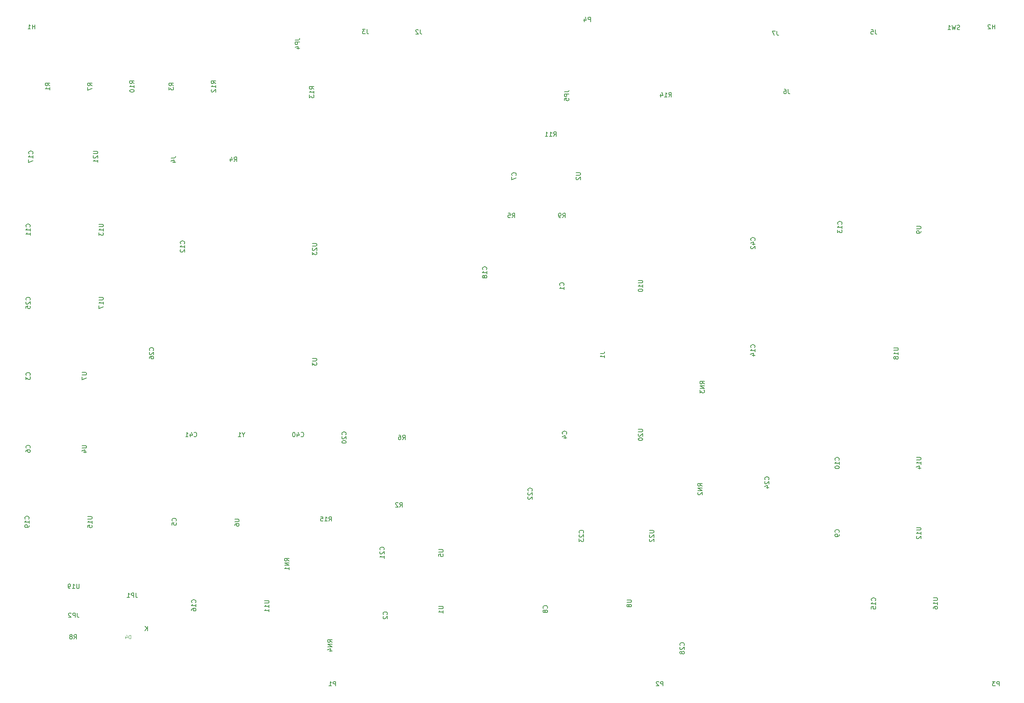
<source format=gbr>
%TF.GenerationSoftware,KiCad,Pcbnew,(6.0.11)*%
%TF.CreationDate,2023-10-31T07:13:00-05:00*%
%TF.ProjectId,processor.tms9995,70726f63-6573-4736-9f72-2e746d733939,v0.70*%
%TF.SameCoordinates,Original*%
%TF.FileFunction,Legend,Bot*%
%TF.FilePolarity,Positive*%
%FSLAX46Y46*%
G04 Gerber Fmt 4.6, Leading zero omitted, Abs format (unit mm)*
G04 Created by KiCad (PCBNEW (6.0.11)) date 2023-10-31 07:13:00*
%MOMM*%
%LPD*%
G01*
G04 APERTURE LIST*
%ADD10C,0.150000*%
%ADD11C,0.120000*%
G04 APERTURE END LIST*
D10*
%TO.C,P1*%
X112738095Y-226452380D02*
X112738095Y-225452380D01*
X112357142Y-225452380D01*
X112261904Y-225500000D01*
X112214285Y-225547619D01*
X112166666Y-225642857D01*
X112166666Y-225785714D01*
X112214285Y-225880952D01*
X112261904Y-225928571D01*
X112357142Y-225976190D01*
X112738095Y-225976190D01*
X111214285Y-226452380D02*
X111785714Y-226452380D01*
X111500000Y-226452380D02*
X111500000Y-225452380D01*
X111595238Y-225595238D01*
X111690476Y-225690476D01*
X111785714Y-225738095D01*
%TO.C,C2*%
X124357142Y-210333333D02*
X124404761Y-210285714D01*
X124452380Y-210142857D01*
X124452380Y-210047619D01*
X124404761Y-209904761D01*
X124309523Y-209809523D01*
X124214285Y-209761904D01*
X124023809Y-209714285D01*
X123880952Y-209714285D01*
X123690476Y-209761904D01*
X123595238Y-209809523D01*
X123500000Y-209904761D01*
X123452380Y-210047619D01*
X123452380Y-210142857D01*
X123500000Y-210285714D01*
X123547619Y-210333333D01*
X123547619Y-210714285D02*
X123500000Y-210761904D01*
X123452380Y-210857142D01*
X123452380Y-211095238D01*
X123500000Y-211190476D01*
X123547619Y-211238095D01*
X123642857Y-211285714D01*
X123738095Y-211285714D01*
X123880952Y-211238095D01*
X124452380Y-210666666D01*
X124452380Y-211285714D01*
%TO.C,C3*%
X43612142Y-156213333D02*
X43659761Y-156165714D01*
X43707380Y-156022857D01*
X43707380Y-155927619D01*
X43659761Y-155784761D01*
X43564523Y-155689523D01*
X43469285Y-155641904D01*
X43278809Y-155594285D01*
X43135952Y-155594285D01*
X42945476Y-155641904D01*
X42850238Y-155689523D01*
X42755000Y-155784761D01*
X42707380Y-155927619D01*
X42707380Y-156022857D01*
X42755000Y-156165714D01*
X42802619Y-156213333D01*
X42707380Y-156546666D02*
X42707380Y-157165714D01*
X43088333Y-156832380D01*
X43088333Y-156975238D01*
X43135952Y-157070476D01*
X43183571Y-157118095D01*
X43278809Y-157165714D01*
X43516904Y-157165714D01*
X43612142Y-157118095D01*
X43659761Y-157070476D01*
X43707380Y-156975238D01*
X43707380Y-156689523D01*
X43659761Y-156594285D01*
X43612142Y-156546666D01*
%TO.C,C4*%
X164897142Y-169503333D02*
X164944761Y-169455714D01*
X164992380Y-169312857D01*
X164992380Y-169217619D01*
X164944761Y-169074761D01*
X164849523Y-168979523D01*
X164754285Y-168931904D01*
X164563809Y-168884285D01*
X164420952Y-168884285D01*
X164230476Y-168931904D01*
X164135238Y-168979523D01*
X164040000Y-169074761D01*
X163992380Y-169217619D01*
X163992380Y-169312857D01*
X164040000Y-169455714D01*
X164087619Y-169503333D01*
X164325714Y-170360476D02*
X164992380Y-170360476D01*
X163944761Y-170122380D02*
X164659047Y-169884285D01*
X164659047Y-170503333D01*
%TO.C,C5*%
X76632142Y-189173333D02*
X76679761Y-189125714D01*
X76727380Y-188982857D01*
X76727380Y-188887619D01*
X76679761Y-188744761D01*
X76584523Y-188649523D01*
X76489285Y-188601904D01*
X76298809Y-188554285D01*
X76155952Y-188554285D01*
X75965476Y-188601904D01*
X75870238Y-188649523D01*
X75775000Y-188744761D01*
X75727380Y-188887619D01*
X75727380Y-188982857D01*
X75775000Y-189125714D01*
X75822619Y-189173333D01*
X75727380Y-190078095D02*
X75727380Y-189601904D01*
X76203571Y-189554285D01*
X76155952Y-189601904D01*
X76108333Y-189697142D01*
X76108333Y-189935238D01*
X76155952Y-190030476D01*
X76203571Y-190078095D01*
X76298809Y-190125714D01*
X76536904Y-190125714D01*
X76632142Y-190078095D01*
X76679761Y-190030476D01*
X76727380Y-189935238D01*
X76727380Y-189697142D01*
X76679761Y-189601904D01*
X76632142Y-189554285D01*
%TO.C,C6*%
X43612142Y-172683333D02*
X43659761Y-172635714D01*
X43707380Y-172492857D01*
X43707380Y-172397619D01*
X43659761Y-172254761D01*
X43564523Y-172159523D01*
X43469285Y-172111904D01*
X43278809Y-172064285D01*
X43135952Y-172064285D01*
X42945476Y-172111904D01*
X42850238Y-172159523D01*
X42755000Y-172254761D01*
X42707380Y-172397619D01*
X42707380Y-172492857D01*
X42755000Y-172635714D01*
X42802619Y-172683333D01*
X42707380Y-173540476D02*
X42707380Y-173350000D01*
X42755000Y-173254761D01*
X42802619Y-173207142D01*
X42945476Y-173111904D01*
X43135952Y-173064285D01*
X43516904Y-173064285D01*
X43612142Y-173111904D01*
X43659761Y-173159523D01*
X43707380Y-173254761D01*
X43707380Y-173445238D01*
X43659761Y-173540476D01*
X43612142Y-173588095D01*
X43516904Y-173635714D01*
X43278809Y-173635714D01*
X43183571Y-173588095D01*
X43135952Y-173540476D01*
X43088333Y-173445238D01*
X43088333Y-173254761D01*
X43135952Y-173159523D01*
X43183571Y-173111904D01*
X43278809Y-173064285D01*
%TO.C,C8*%
X160527142Y-208908333D02*
X160574761Y-208860714D01*
X160622380Y-208717857D01*
X160622380Y-208622619D01*
X160574761Y-208479761D01*
X160479523Y-208384523D01*
X160384285Y-208336904D01*
X160193809Y-208289285D01*
X160050952Y-208289285D01*
X159860476Y-208336904D01*
X159765238Y-208384523D01*
X159670000Y-208479761D01*
X159622380Y-208622619D01*
X159622380Y-208717857D01*
X159670000Y-208860714D01*
X159717619Y-208908333D01*
X160050952Y-209479761D02*
X160003333Y-209384523D01*
X159955714Y-209336904D01*
X159860476Y-209289285D01*
X159812857Y-209289285D01*
X159717619Y-209336904D01*
X159670000Y-209384523D01*
X159622380Y-209479761D01*
X159622380Y-209670238D01*
X159670000Y-209765476D01*
X159717619Y-209813095D01*
X159812857Y-209860714D01*
X159860476Y-209860714D01*
X159955714Y-209813095D01*
X160003333Y-209765476D01*
X160050952Y-209670238D01*
X160050952Y-209479761D01*
X160098571Y-209384523D01*
X160146190Y-209336904D01*
X160241428Y-209289285D01*
X160431904Y-209289285D01*
X160527142Y-209336904D01*
X160574761Y-209384523D01*
X160622380Y-209479761D01*
X160622380Y-209670238D01*
X160574761Y-209765476D01*
X160527142Y-209813095D01*
X160431904Y-209860714D01*
X160241428Y-209860714D01*
X160146190Y-209813095D01*
X160098571Y-209765476D01*
X160050952Y-209670238D01*
%TO.C,C9*%
X226492142Y-191733333D02*
X226539761Y-191685714D01*
X226587380Y-191542857D01*
X226587380Y-191447619D01*
X226539761Y-191304761D01*
X226444523Y-191209523D01*
X226349285Y-191161904D01*
X226158809Y-191114285D01*
X226015952Y-191114285D01*
X225825476Y-191161904D01*
X225730238Y-191209523D01*
X225635000Y-191304761D01*
X225587380Y-191447619D01*
X225587380Y-191542857D01*
X225635000Y-191685714D01*
X225682619Y-191733333D01*
X226587380Y-192209523D02*
X226587380Y-192400000D01*
X226539761Y-192495238D01*
X226492142Y-192542857D01*
X226349285Y-192638095D01*
X226158809Y-192685714D01*
X225777857Y-192685714D01*
X225682619Y-192638095D01*
X225635000Y-192590476D01*
X225587380Y-192495238D01*
X225587380Y-192304761D01*
X225635000Y-192209523D01*
X225682619Y-192161904D01*
X225777857Y-192114285D01*
X226015952Y-192114285D01*
X226111190Y-192161904D01*
X226158809Y-192209523D01*
X226206428Y-192304761D01*
X226206428Y-192495238D01*
X226158809Y-192590476D01*
X226111190Y-192638095D01*
X226015952Y-192685714D01*
%TO.C,C11*%
X43612142Y-122677142D02*
X43659761Y-122629523D01*
X43707380Y-122486666D01*
X43707380Y-122391428D01*
X43659761Y-122248571D01*
X43564523Y-122153333D01*
X43469285Y-122105714D01*
X43278809Y-122058095D01*
X43135952Y-122058095D01*
X42945476Y-122105714D01*
X42850238Y-122153333D01*
X42755000Y-122248571D01*
X42707380Y-122391428D01*
X42707380Y-122486666D01*
X42755000Y-122629523D01*
X42802619Y-122677142D01*
X43707380Y-123629523D02*
X43707380Y-123058095D01*
X43707380Y-123343809D02*
X42707380Y-123343809D01*
X42850238Y-123248571D01*
X42945476Y-123153333D01*
X42993095Y-123058095D01*
X43707380Y-124581904D02*
X43707380Y-124010476D01*
X43707380Y-124296190D02*
X42707380Y-124296190D01*
X42850238Y-124200952D01*
X42945476Y-124105714D01*
X42993095Y-124010476D01*
%TO.C,C14*%
X207442142Y-149942142D02*
X207489761Y-149894523D01*
X207537380Y-149751666D01*
X207537380Y-149656428D01*
X207489761Y-149513571D01*
X207394523Y-149418333D01*
X207299285Y-149370714D01*
X207108809Y-149323095D01*
X206965952Y-149323095D01*
X206775476Y-149370714D01*
X206680238Y-149418333D01*
X206585000Y-149513571D01*
X206537380Y-149656428D01*
X206537380Y-149751666D01*
X206585000Y-149894523D01*
X206632619Y-149942142D01*
X207537380Y-150894523D02*
X207537380Y-150323095D01*
X207537380Y-150608809D02*
X206537380Y-150608809D01*
X206680238Y-150513571D01*
X206775476Y-150418333D01*
X206823095Y-150323095D01*
X206870714Y-151751666D02*
X207537380Y-151751666D01*
X206489761Y-151513571D02*
X207204047Y-151275476D01*
X207204047Y-151894523D01*
%TO.C,C26*%
X71522042Y-150617142D02*
X71569661Y-150569523D01*
X71617280Y-150426666D01*
X71617280Y-150331428D01*
X71569661Y-150188571D01*
X71474423Y-150093333D01*
X71379185Y-150045714D01*
X71188709Y-149998095D01*
X71045852Y-149998095D01*
X70855376Y-150045714D01*
X70760138Y-150093333D01*
X70664900Y-150188571D01*
X70617280Y-150331428D01*
X70617280Y-150426666D01*
X70664900Y-150569523D01*
X70712519Y-150617142D01*
X70712519Y-150998095D02*
X70664900Y-151045714D01*
X70617280Y-151140952D01*
X70617280Y-151379047D01*
X70664900Y-151474285D01*
X70712519Y-151521904D01*
X70807757Y-151569523D01*
X70902995Y-151569523D01*
X71045852Y-151521904D01*
X71617280Y-150950476D01*
X71617280Y-151569523D01*
X70617280Y-152426666D02*
X70617280Y-152236190D01*
X70664900Y-152140952D01*
X70712519Y-152093333D01*
X70855376Y-151998095D01*
X71045852Y-151950476D01*
X71426804Y-151950476D01*
X71522042Y-151998095D01*
X71569661Y-152045714D01*
X71617280Y-152140952D01*
X71617280Y-152331428D01*
X71569661Y-152426666D01*
X71522042Y-152474285D01*
X71426804Y-152521904D01*
X71188709Y-152521904D01*
X71093471Y-152474285D01*
X71045852Y-152426666D01*
X70998233Y-152331428D01*
X70998233Y-152140952D01*
X71045852Y-152045714D01*
X71093471Y-151998095D01*
X71188709Y-151950476D01*
%TO.C,C17*%
X44247142Y-106167142D02*
X44294761Y-106119523D01*
X44342380Y-105976666D01*
X44342380Y-105881428D01*
X44294761Y-105738571D01*
X44199523Y-105643333D01*
X44104285Y-105595714D01*
X43913809Y-105548095D01*
X43770952Y-105548095D01*
X43580476Y-105595714D01*
X43485238Y-105643333D01*
X43390000Y-105738571D01*
X43342380Y-105881428D01*
X43342380Y-105976666D01*
X43390000Y-106119523D01*
X43437619Y-106167142D01*
X44342380Y-107119523D02*
X44342380Y-106548095D01*
X44342380Y-106833809D02*
X43342380Y-106833809D01*
X43485238Y-106738571D01*
X43580476Y-106643333D01*
X43628095Y-106548095D01*
X43342380Y-107452857D02*
X43342380Y-108119523D01*
X44342380Y-107690952D01*
%TO.C,C20*%
X115037042Y-169667142D02*
X115084661Y-169619523D01*
X115132280Y-169476666D01*
X115132280Y-169381428D01*
X115084661Y-169238571D01*
X114989423Y-169143333D01*
X114894185Y-169095714D01*
X114703709Y-169048095D01*
X114560852Y-169048095D01*
X114370376Y-169095714D01*
X114275138Y-169143333D01*
X114179900Y-169238571D01*
X114132280Y-169381428D01*
X114132280Y-169476666D01*
X114179900Y-169619523D01*
X114227519Y-169667142D01*
X114227519Y-170048095D02*
X114179900Y-170095714D01*
X114132280Y-170190952D01*
X114132280Y-170429047D01*
X114179900Y-170524285D01*
X114227519Y-170571904D01*
X114322757Y-170619523D01*
X114417995Y-170619523D01*
X114560852Y-170571904D01*
X115132280Y-170000476D01*
X115132280Y-170619523D01*
X114132280Y-171238571D02*
X114132280Y-171333809D01*
X114179900Y-171429047D01*
X114227519Y-171476666D01*
X114322757Y-171524285D01*
X114513233Y-171571904D01*
X114751328Y-171571904D01*
X114941804Y-171524285D01*
X115037042Y-171476666D01*
X115084661Y-171429047D01*
X115132280Y-171333809D01*
X115132280Y-171238571D01*
X115084661Y-171143333D01*
X115037042Y-171095714D01*
X114941804Y-171048095D01*
X114751328Y-171000476D01*
X114513233Y-171000476D01*
X114322757Y-171048095D01*
X114227519Y-171095714D01*
X114179900Y-171143333D01*
X114132280Y-171238571D01*
%TO.C,C21*%
X123622142Y-195702142D02*
X123669761Y-195654523D01*
X123717380Y-195511666D01*
X123717380Y-195416428D01*
X123669761Y-195273571D01*
X123574523Y-195178333D01*
X123479285Y-195130714D01*
X123288809Y-195083095D01*
X123145952Y-195083095D01*
X122955476Y-195130714D01*
X122860238Y-195178333D01*
X122765000Y-195273571D01*
X122717380Y-195416428D01*
X122717380Y-195511666D01*
X122765000Y-195654523D01*
X122812619Y-195702142D01*
X122812619Y-196083095D02*
X122765000Y-196130714D01*
X122717380Y-196225952D01*
X122717380Y-196464047D01*
X122765000Y-196559285D01*
X122812619Y-196606904D01*
X122907857Y-196654523D01*
X123003095Y-196654523D01*
X123145952Y-196606904D01*
X123717380Y-196035476D01*
X123717380Y-196654523D01*
X123717380Y-197606904D02*
X123717380Y-197035476D01*
X123717380Y-197321190D02*
X122717380Y-197321190D01*
X122860238Y-197225952D01*
X122955476Y-197130714D01*
X123003095Y-197035476D01*
%TO.C,C22*%
X157102042Y-182367142D02*
X157149661Y-182319523D01*
X157197280Y-182176666D01*
X157197280Y-182081428D01*
X157149661Y-181938571D01*
X157054423Y-181843333D01*
X156959185Y-181795714D01*
X156768709Y-181748095D01*
X156625852Y-181748095D01*
X156435376Y-181795714D01*
X156340138Y-181843333D01*
X156244900Y-181938571D01*
X156197280Y-182081428D01*
X156197280Y-182176666D01*
X156244900Y-182319523D01*
X156292519Y-182367142D01*
X156292519Y-182748095D02*
X156244900Y-182795714D01*
X156197280Y-182890952D01*
X156197280Y-183129047D01*
X156244900Y-183224285D01*
X156292519Y-183271904D01*
X156387757Y-183319523D01*
X156482995Y-183319523D01*
X156625852Y-183271904D01*
X157197280Y-182700476D01*
X157197280Y-183319523D01*
X156292519Y-183700476D02*
X156244900Y-183748095D01*
X156197280Y-183843333D01*
X156197280Y-184081428D01*
X156244900Y-184176666D01*
X156292519Y-184224285D01*
X156387757Y-184271904D01*
X156482995Y-184271904D01*
X156625852Y-184224285D01*
X157197280Y-183652857D01*
X157197280Y-184271904D01*
%TO.C,C28*%
X191472142Y-217292142D02*
X191519761Y-217244523D01*
X191567380Y-217101666D01*
X191567380Y-217006428D01*
X191519761Y-216863571D01*
X191424523Y-216768333D01*
X191329285Y-216720714D01*
X191138809Y-216673095D01*
X190995952Y-216673095D01*
X190805476Y-216720714D01*
X190710238Y-216768333D01*
X190615000Y-216863571D01*
X190567380Y-217006428D01*
X190567380Y-217101666D01*
X190615000Y-217244523D01*
X190662619Y-217292142D01*
X190662619Y-217673095D02*
X190615000Y-217720714D01*
X190567380Y-217815952D01*
X190567380Y-218054047D01*
X190615000Y-218149285D01*
X190662619Y-218196904D01*
X190757857Y-218244523D01*
X190853095Y-218244523D01*
X190995952Y-218196904D01*
X191567380Y-217625476D01*
X191567380Y-218244523D01*
X190995952Y-218815952D02*
X190948333Y-218720714D01*
X190900714Y-218673095D01*
X190805476Y-218625476D01*
X190757857Y-218625476D01*
X190662619Y-218673095D01*
X190615000Y-218720714D01*
X190567380Y-218815952D01*
X190567380Y-219006428D01*
X190615000Y-219101666D01*
X190662619Y-219149285D01*
X190757857Y-219196904D01*
X190805476Y-219196904D01*
X190900714Y-219149285D01*
X190948333Y-219101666D01*
X190995952Y-219006428D01*
X190995952Y-218815952D01*
X191043571Y-218720714D01*
X191091190Y-218673095D01*
X191186428Y-218625476D01*
X191376904Y-218625476D01*
X191472142Y-218673095D01*
X191519761Y-218720714D01*
X191567380Y-218815952D01*
X191567380Y-219006428D01*
X191519761Y-219101666D01*
X191472142Y-219149285D01*
X191376904Y-219196904D01*
X191186428Y-219196904D01*
X191091190Y-219149285D01*
X191043571Y-219101666D01*
X190995952Y-219006428D01*
D11*
%TO.C,D4*%
X66405476Y-215756904D02*
X66405476Y-214956904D01*
X66215000Y-214956904D01*
X66100714Y-214995000D01*
X66024523Y-215071190D01*
X65986428Y-215147380D01*
X65948333Y-215299761D01*
X65948333Y-215414047D01*
X65986428Y-215566428D01*
X66024523Y-215642619D01*
X66100714Y-215718809D01*
X66215000Y-215756904D01*
X66405476Y-215756904D01*
X65262619Y-215223571D02*
X65262619Y-215756904D01*
X65453095Y-214918809D02*
X65643571Y-215490238D01*
X65148333Y-215490238D01*
D10*
X70186904Y-213942380D02*
X70186904Y-212942380D01*
X69615476Y-213942380D02*
X70044047Y-213370952D01*
X69615476Y-212942380D02*
X70186904Y-213513809D01*
%TO.C,R5*%
X152641666Y-120597380D02*
X152975000Y-120121190D01*
X153213095Y-120597380D02*
X153213095Y-119597380D01*
X152832142Y-119597380D01*
X152736904Y-119645000D01*
X152689285Y-119692619D01*
X152641666Y-119787857D01*
X152641666Y-119930714D01*
X152689285Y-120025952D01*
X152736904Y-120073571D01*
X152832142Y-120121190D01*
X153213095Y-120121190D01*
X151736904Y-119597380D02*
X152213095Y-119597380D01*
X152260714Y-120073571D01*
X152213095Y-120025952D01*
X152117857Y-119978333D01*
X151879761Y-119978333D01*
X151784523Y-120025952D01*
X151736904Y-120073571D01*
X151689285Y-120168809D01*
X151689285Y-120406904D01*
X151736904Y-120502142D01*
X151784523Y-120549761D01*
X151879761Y-120597380D01*
X152117857Y-120597380D01*
X152213095Y-120549761D01*
X152260714Y-120502142D01*
%TO.C,R6*%
X127876666Y-170762380D02*
X128210000Y-170286190D01*
X128448095Y-170762380D02*
X128448095Y-169762380D01*
X128067142Y-169762380D01*
X127971904Y-169810000D01*
X127924285Y-169857619D01*
X127876666Y-169952857D01*
X127876666Y-170095714D01*
X127924285Y-170190952D01*
X127971904Y-170238571D01*
X128067142Y-170286190D01*
X128448095Y-170286190D01*
X127019523Y-169762380D02*
X127210000Y-169762380D01*
X127305238Y-169810000D01*
X127352857Y-169857619D01*
X127448095Y-170000476D01*
X127495714Y-170190952D01*
X127495714Y-170571904D01*
X127448095Y-170667142D01*
X127400476Y-170714761D01*
X127305238Y-170762380D01*
X127114761Y-170762380D01*
X127019523Y-170714761D01*
X126971904Y-170667142D01*
X126924285Y-170571904D01*
X126924285Y-170333809D01*
X126971904Y-170238571D01*
X127019523Y-170190952D01*
X127114761Y-170143333D01*
X127305238Y-170143333D01*
X127400476Y-170190952D01*
X127448095Y-170238571D01*
X127495714Y-170333809D01*
%TO.C,U4*%
X55402380Y-172110095D02*
X56211904Y-172110095D01*
X56307142Y-172157714D01*
X56354761Y-172205333D01*
X56402380Y-172300571D01*
X56402380Y-172491047D01*
X56354761Y-172586285D01*
X56307142Y-172633904D01*
X56211904Y-172681523D01*
X55402380Y-172681523D01*
X55735714Y-173586285D02*
X56402380Y-173586285D01*
X55354761Y-173348190D02*
X56069047Y-173110095D01*
X56069047Y-173729142D01*
%TO.C,U5*%
X136047380Y-195628095D02*
X136856904Y-195628095D01*
X136952142Y-195675714D01*
X136999761Y-195723333D01*
X137047380Y-195818571D01*
X137047380Y-196009047D01*
X136999761Y-196104285D01*
X136952142Y-196151904D01*
X136856904Y-196199523D01*
X136047380Y-196199523D01*
X136047380Y-197151904D02*
X136047380Y-196675714D01*
X136523571Y-196628095D01*
X136475952Y-196675714D01*
X136428333Y-196770952D01*
X136428333Y-197009047D01*
X136475952Y-197104285D01*
X136523571Y-197151904D01*
X136618809Y-197199523D01*
X136856904Y-197199523D01*
X136952142Y-197151904D01*
X136999761Y-197104285D01*
X137047380Y-197009047D01*
X137047380Y-196770952D01*
X136999761Y-196675714D01*
X136952142Y-196628095D01*
%TO.C,U6*%
X89917380Y-188743095D02*
X90726904Y-188743095D01*
X90822142Y-188790714D01*
X90869761Y-188838333D01*
X90917380Y-188933571D01*
X90917380Y-189124047D01*
X90869761Y-189219285D01*
X90822142Y-189266904D01*
X90726904Y-189314523D01*
X89917380Y-189314523D01*
X89917380Y-190219285D02*
X89917380Y-190028809D01*
X89965000Y-189933571D01*
X90012619Y-189885952D01*
X90155476Y-189790714D01*
X90345952Y-189743095D01*
X90726904Y-189743095D01*
X90822142Y-189790714D01*
X90869761Y-189838333D01*
X90917380Y-189933571D01*
X90917380Y-190124047D01*
X90869761Y-190219285D01*
X90822142Y-190266904D01*
X90726904Y-190314523D01*
X90488809Y-190314523D01*
X90393571Y-190266904D01*
X90345952Y-190219285D01*
X90298333Y-190124047D01*
X90298333Y-189933571D01*
X90345952Y-189838333D01*
X90393571Y-189790714D01*
X90488809Y-189743095D01*
%TO.C,U8*%
X178592380Y-207003095D02*
X179401904Y-207003095D01*
X179497142Y-207050714D01*
X179544761Y-207098333D01*
X179592380Y-207193571D01*
X179592380Y-207384047D01*
X179544761Y-207479285D01*
X179497142Y-207526904D01*
X179401904Y-207574523D01*
X178592380Y-207574523D01*
X179020952Y-208193571D02*
X178973333Y-208098333D01*
X178925714Y-208050714D01*
X178830476Y-208003095D01*
X178782857Y-208003095D01*
X178687619Y-208050714D01*
X178640000Y-208098333D01*
X178592380Y-208193571D01*
X178592380Y-208384047D01*
X178640000Y-208479285D01*
X178687619Y-208526904D01*
X178782857Y-208574523D01*
X178830476Y-208574523D01*
X178925714Y-208526904D01*
X178973333Y-208479285D01*
X179020952Y-208384047D01*
X179020952Y-208193571D01*
X179068571Y-208098333D01*
X179116190Y-208050714D01*
X179211428Y-208003095D01*
X179401904Y-208003095D01*
X179497142Y-208050714D01*
X179544761Y-208098333D01*
X179592380Y-208193571D01*
X179592380Y-208384047D01*
X179544761Y-208479285D01*
X179497142Y-208526904D01*
X179401904Y-208574523D01*
X179211428Y-208574523D01*
X179116190Y-208526904D01*
X179068571Y-208479285D01*
X179020952Y-208384047D01*
%TO.C,U15*%
X56672380Y-188151904D02*
X57481904Y-188151904D01*
X57577142Y-188199523D01*
X57624761Y-188247142D01*
X57672380Y-188342380D01*
X57672380Y-188532857D01*
X57624761Y-188628095D01*
X57577142Y-188675714D01*
X57481904Y-188723333D01*
X56672380Y-188723333D01*
X57672380Y-189723333D02*
X57672380Y-189151904D01*
X57672380Y-189437619D02*
X56672380Y-189437619D01*
X56815238Y-189342380D01*
X56910476Y-189247142D01*
X56958095Y-189151904D01*
X56672380Y-190628095D02*
X56672380Y-190151904D01*
X57148571Y-190104285D01*
X57100952Y-190151904D01*
X57053333Y-190247142D01*
X57053333Y-190485238D01*
X57100952Y-190580476D01*
X57148571Y-190628095D01*
X57243809Y-190675714D01*
X57481904Y-190675714D01*
X57577142Y-190628095D01*
X57624761Y-190580476D01*
X57672380Y-190485238D01*
X57672380Y-190247142D01*
X57624761Y-190151904D01*
X57577142Y-190104285D01*
%TO.C,U1*%
X136047380Y-208428095D02*
X136856904Y-208428095D01*
X136952142Y-208475714D01*
X136999761Y-208523333D01*
X137047380Y-208618571D01*
X137047380Y-208809047D01*
X136999761Y-208904285D01*
X136952142Y-208951904D01*
X136856904Y-208999523D01*
X136047380Y-208999523D01*
X137047380Y-209999523D02*
X137047380Y-209428095D01*
X137047380Y-209713809D02*
X136047380Y-209713809D01*
X136190238Y-209618571D01*
X136285476Y-209523333D01*
X136333095Y-209428095D01*
%TO.C,P2*%
X186738095Y-226452380D02*
X186738095Y-225452380D01*
X186357142Y-225452380D01*
X186261904Y-225500000D01*
X186214285Y-225547619D01*
X186166666Y-225642857D01*
X186166666Y-225785714D01*
X186214285Y-225880952D01*
X186261904Y-225928571D01*
X186357142Y-225976190D01*
X186738095Y-225976190D01*
X185785714Y-225547619D02*
X185738095Y-225500000D01*
X185642857Y-225452380D01*
X185404761Y-225452380D01*
X185309523Y-225500000D01*
X185261904Y-225547619D01*
X185214285Y-225642857D01*
X185214285Y-225738095D01*
X185261904Y-225880952D01*
X185833333Y-226452380D01*
X185214285Y-226452380D01*
%TO.C,H2*%
X261761904Y-77952380D02*
X261761904Y-76952380D01*
X261761904Y-77428571D02*
X261190476Y-77428571D01*
X261190476Y-77952380D02*
X261190476Y-76952380D01*
X260761904Y-77047619D02*
X260714285Y-77000000D01*
X260619047Y-76952380D01*
X260380952Y-76952380D01*
X260285714Y-77000000D01*
X260238095Y-77047619D01*
X260190476Y-77142857D01*
X260190476Y-77238095D01*
X260238095Y-77380952D01*
X260809523Y-77952380D01*
X260190476Y-77952380D01*
%TO.C,RN1*%
X102192380Y-198194523D02*
X101716190Y-197861190D01*
X102192380Y-197623095D02*
X101192380Y-197623095D01*
X101192380Y-198004047D01*
X101240000Y-198099285D01*
X101287619Y-198146904D01*
X101382857Y-198194523D01*
X101525714Y-198194523D01*
X101620952Y-198146904D01*
X101668571Y-198099285D01*
X101716190Y-198004047D01*
X101716190Y-197623095D01*
X102192380Y-198623095D02*
X101192380Y-198623095D01*
X102192380Y-199194523D01*
X101192380Y-199194523D01*
X102192380Y-200194523D02*
X102192380Y-199623095D01*
X102192380Y-199908809D02*
X101192380Y-199908809D01*
X101335238Y-199813571D01*
X101430476Y-199718333D01*
X101478095Y-199623095D01*
%TO.C,U11*%
X96682380Y-207171904D02*
X97491904Y-207171904D01*
X97587142Y-207219523D01*
X97634761Y-207267142D01*
X97682380Y-207362380D01*
X97682380Y-207552857D01*
X97634761Y-207648095D01*
X97587142Y-207695714D01*
X97491904Y-207743333D01*
X96682380Y-207743333D01*
X97682380Y-208743333D02*
X97682380Y-208171904D01*
X97682380Y-208457619D02*
X96682380Y-208457619D01*
X96825238Y-208362380D01*
X96920476Y-208267142D01*
X96968095Y-208171904D01*
X97682380Y-209695714D02*
X97682380Y-209124285D01*
X97682380Y-209410000D02*
X96682380Y-209410000D01*
X96825238Y-209314761D01*
X96920476Y-209219523D01*
X96968095Y-209124285D01*
%TO.C,U16*%
X247817380Y-206526904D02*
X248626904Y-206526904D01*
X248722142Y-206574523D01*
X248769761Y-206622142D01*
X248817380Y-206717380D01*
X248817380Y-206907857D01*
X248769761Y-207003095D01*
X248722142Y-207050714D01*
X248626904Y-207098333D01*
X247817380Y-207098333D01*
X248817380Y-208098333D02*
X248817380Y-207526904D01*
X248817380Y-207812619D02*
X247817380Y-207812619D01*
X247960238Y-207717380D01*
X248055476Y-207622142D01*
X248103095Y-207526904D01*
X247817380Y-208955476D02*
X247817380Y-208765000D01*
X247865000Y-208669761D01*
X247912619Y-208622142D01*
X248055476Y-208526904D01*
X248245952Y-208479285D01*
X248626904Y-208479285D01*
X248722142Y-208526904D01*
X248769761Y-208574523D01*
X248817380Y-208669761D01*
X248817380Y-208860238D01*
X248769761Y-208955476D01*
X248722142Y-209003095D01*
X248626904Y-209050714D01*
X248388809Y-209050714D01*
X248293571Y-209003095D01*
X248245952Y-208955476D01*
X248198333Y-208860238D01*
X248198333Y-208669761D01*
X248245952Y-208574523D01*
X248293571Y-208526904D01*
X248388809Y-208479285D01*
%TO.C,C19*%
X43357142Y-188717142D02*
X43404761Y-188669523D01*
X43452380Y-188526666D01*
X43452380Y-188431428D01*
X43404761Y-188288571D01*
X43309523Y-188193333D01*
X43214285Y-188145714D01*
X43023809Y-188098095D01*
X42880952Y-188098095D01*
X42690476Y-188145714D01*
X42595238Y-188193333D01*
X42500000Y-188288571D01*
X42452380Y-188431428D01*
X42452380Y-188526666D01*
X42500000Y-188669523D01*
X42547619Y-188717142D01*
X43452380Y-189669523D02*
X43452380Y-189098095D01*
X43452380Y-189383809D02*
X42452380Y-189383809D01*
X42595238Y-189288571D01*
X42690476Y-189193333D01*
X42738095Y-189098095D01*
X43452380Y-190145714D02*
X43452380Y-190336190D01*
X43404761Y-190431428D01*
X43357142Y-190479047D01*
X43214285Y-190574285D01*
X43023809Y-190621904D01*
X42642857Y-190621904D01*
X42547619Y-190574285D01*
X42500000Y-190526666D01*
X42452380Y-190431428D01*
X42452380Y-190240952D01*
X42500000Y-190145714D01*
X42547619Y-190098095D01*
X42642857Y-190050476D01*
X42880952Y-190050476D01*
X42976190Y-190098095D01*
X43023809Y-190145714D01*
X43071428Y-190240952D01*
X43071428Y-190431428D01*
X43023809Y-190526666D01*
X42976190Y-190574285D01*
X42880952Y-190621904D01*
%TO.C,C18*%
X146817154Y-132327142D02*
X146864773Y-132279523D01*
X146912392Y-132136666D01*
X146912392Y-132041428D01*
X146864773Y-131898571D01*
X146769535Y-131803333D01*
X146674297Y-131755714D01*
X146483821Y-131708095D01*
X146340964Y-131708095D01*
X146150488Y-131755714D01*
X146055250Y-131803333D01*
X145960012Y-131898571D01*
X145912392Y-132041428D01*
X145912392Y-132136666D01*
X145960012Y-132279523D01*
X146007631Y-132327142D01*
X146912392Y-133279523D02*
X146912392Y-132708095D01*
X146912392Y-132993809D02*
X145912392Y-132993809D01*
X146055250Y-132898571D01*
X146150488Y-132803333D01*
X146198107Y-132708095D01*
X146340964Y-133850952D02*
X146293345Y-133755714D01*
X146245726Y-133708095D01*
X146150488Y-133660476D01*
X146102869Y-133660476D01*
X146007631Y-133708095D01*
X145960012Y-133755714D01*
X145912392Y-133850952D01*
X145912392Y-134041428D01*
X145960012Y-134136666D01*
X146007631Y-134184285D01*
X146102869Y-134231904D01*
X146150488Y-134231904D01*
X146245726Y-134184285D01*
X146293345Y-134136666D01*
X146340964Y-134041428D01*
X146340964Y-133850952D01*
X146388583Y-133755714D01*
X146436202Y-133708095D01*
X146531440Y-133660476D01*
X146721916Y-133660476D01*
X146817154Y-133708095D01*
X146864773Y-133755714D01*
X146912392Y-133850952D01*
X146912392Y-134041428D01*
X146864773Y-134136666D01*
X146817154Y-134184285D01*
X146721916Y-134231904D01*
X146531440Y-134231904D01*
X146436202Y-134184285D01*
X146388583Y-134136666D01*
X146340964Y-134041428D01*
%TO.C,C12*%
X78537142Y-126487142D02*
X78584761Y-126439523D01*
X78632380Y-126296666D01*
X78632380Y-126201428D01*
X78584761Y-126058571D01*
X78489523Y-125963333D01*
X78394285Y-125915714D01*
X78203809Y-125868095D01*
X78060952Y-125868095D01*
X77870476Y-125915714D01*
X77775238Y-125963333D01*
X77680000Y-126058571D01*
X77632380Y-126201428D01*
X77632380Y-126296666D01*
X77680000Y-126439523D01*
X77727619Y-126487142D01*
X78632380Y-127439523D02*
X78632380Y-126868095D01*
X78632380Y-127153809D02*
X77632380Y-127153809D01*
X77775238Y-127058571D01*
X77870476Y-126963333D01*
X77918095Y-126868095D01*
X77727619Y-127820476D02*
X77680000Y-127868095D01*
X77632380Y-127963333D01*
X77632380Y-128201428D01*
X77680000Y-128296666D01*
X77727619Y-128344285D01*
X77822857Y-128391904D01*
X77918095Y-128391904D01*
X78060952Y-128344285D01*
X78632380Y-127772857D01*
X78632380Y-128391904D01*
%TO.C,C16*%
X81072142Y-207597142D02*
X81119761Y-207549523D01*
X81167380Y-207406666D01*
X81167380Y-207311428D01*
X81119761Y-207168571D01*
X81024523Y-207073333D01*
X80929285Y-207025714D01*
X80738809Y-206978095D01*
X80595952Y-206978095D01*
X80405476Y-207025714D01*
X80310238Y-207073333D01*
X80215000Y-207168571D01*
X80167380Y-207311428D01*
X80167380Y-207406666D01*
X80215000Y-207549523D01*
X80262619Y-207597142D01*
X81167380Y-208549523D02*
X81167380Y-207978095D01*
X81167380Y-208263809D02*
X80167380Y-208263809D01*
X80310238Y-208168571D01*
X80405476Y-208073333D01*
X80453095Y-207978095D01*
X80167380Y-209406666D02*
X80167380Y-209216190D01*
X80215000Y-209120952D01*
X80262619Y-209073333D01*
X80405476Y-208978095D01*
X80595952Y-208930476D01*
X80976904Y-208930476D01*
X81072142Y-208978095D01*
X81119761Y-209025714D01*
X81167380Y-209120952D01*
X81167380Y-209311428D01*
X81119761Y-209406666D01*
X81072142Y-209454285D01*
X80976904Y-209501904D01*
X80738809Y-209501904D01*
X80643571Y-209454285D01*
X80595952Y-209406666D01*
X80548333Y-209311428D01*
X80548333Y-209120952D01*
X80595952Y-209025714D01*
X80643571Y-208978095D01*
X80738809Y-208930476D01*
%TO.C,H1*%
X44761904Y-77952380D02*
X44761904Y-76952380D01*
X44761904Y-77428571D02*
X44190476Y-77428571D01*
X44190476Y-77952380D02*
X44190476Y-76952380D01*
X43190476Y-77952380D02*
X43761904Y-77952380D01*
X43476190Y-77952380D02*
X43476190Y-76952380D01*
X43571428Y-77095238D01*
X43666666Y-77190476D01*
X43761904Y-77238095D01*
%TO.C,P3*%
X262738095Y-226452380D02*
X262738095Y-225452380D01*
X262357142Y-225452380D01*
X262261904Y-225500000D01*
X262214285Y-225547619D01*
X262166666Y-225642857D01*
X262166666Y-225785714D01*
X262214285Y-225880952D01*
X262261904Y-225928571D01*
X262357142Y-225976190D01*
X262738095Y-225976190D01*
X261833333Y-225452380D02*
X261214285Y-225452380D01*
X261547619Y-225833333D01*
X261404761Y-225833333D01*
X261309523Y-225880952D01*
X261261904Y-225928571D01*
X261214285Y-226023809D01*
X261214285Y-226261904D01*
X261261904Y-226357142D01*
X261309523Y-226404761D01*
X261404761Y-226452380D01*
X261690476Y-226452380D01*
X261785714Y-226404761D01*
X261833333Y-226357142D01*
%TO.C,U13*%
X59212380Y-122079904D02*
X60021904Y-122079904D01*
X60117142Y-122127523D01*
X60164761Y-122175142D01*
X60212380Y-122270380D01*
X60212380Y-122460857D01*
X60164761Y-122556095D01*
X60117142Y-122603714D01*
X60021904Y-122651333D01*
X59212380Y-122651333D01*
X60212380Y-123651333D02*
X60212380Y-123079904D01*
X60212380Y-123365619D02*
X59212380Y-123365619D01*
X59355238Y-123270380D01*
X59450476Y-123175142D01*
X59498095Y-123079904D01*
X59212380Y-123984666D02*
X59212380Y-124603714D01*
X59593333Y-124270380D01*
X59593333Y-124413238D01*
X59640952Y-124508476D01*
X59688571Y-124556095D01*
X59783809Y-124603714D01*
X60021904Y-124603714D01*
X60117142Y-124556095D01*
X60164761Y-124508476D01*
X60212380Y-124413238D01*
X60212380Y-124127523D01*
X60164761Y-124032285D01*
X60117142Y-123984666D01*
%TO.C,U19*%
X54768095Y-203412380D02*
X54768095Y-204221904D01*
X54720476Y-204317142D01*
X54672857Y-204364761D01*
X54577619Y-204412380D01*
X54387142Y-204412380D01*
X54291904Y-204364761D01*
X54244285Y-204317142D01*
X54196666Y-204221904D01*
X54196666Y-203412380D01*
X53196666Y-204412380D02*
X53768095Y-204412380D01*
X53482380Y-204412380D02*
X53482380Y-203412380D01*
X53577619Y-203555238D01*
X53672857Y-203650476D01*
X53768095Y-203698095D01*
X52720476Y-204412380D02*
X52530000Y-204412380D01*
X52434761Y-204364761D01*
X52387142Y-204317142D01*
X52291904Y-204174285D01*
X52244285Y-203983809D01*
X52244285Y-203602857D01*
X52291904Y-203507619D01*
X52339523Y-203460000D01*
X52434761Y-203412380D01*
X52625238Y-203412380D01*
X52720476Y-203460000D01*
X52768095Y-203507619D01*
X52815714Y-203602857D01*
X52815714Y-203840952D01*
X52768095Y-203936190D01*
X52720476Y-203983809D01*
X52625238Y-204031428D01*
X52434761Y-204031428D01*
X52339523Y-203983809D01*
X52291904Y-203936190D01*
X52244285Y-203840952D01*
%TO.C,U7*%
X55402380Y-155592095D02*
X56211904Y-155592095D01*
X56307142Y-155639714D01*
X56354761Y-155687333D01*
X56402380Y-155782571D01*
X56402380Y-155973047D01*
X56354761Y-156068285D01*
X56307142Y-156115904D01*
X56211904Y-156163523D01*
X55402380Y-156163523D01*
X55402380Y-156544476D02*
X55402380Y-157211142D01*
X56402380Y-156782571D01*
%TO.C,C1*%
X164262142Y-135893333D02*
X164309761Y-135845714D01*
X164357380Y-135702857D01*
X164357380Y-135607619D01*
X164309761Y-135464761D01*
X164214523Y-135369523D01*
X164119285Y-135321904D01*
X163928809Y-135274285D01*
X163785952Y-135274285D01*
X163595476Y-135321904D01*
X163500238Y-135369523D01*
X163405000Y-135464761D01*
X163357380Y-135607619D01*
X163357380Y-135702857D01*
X163405000Y-135845714D01*
X163452619Y-135893333D01*
X164357380Y-136845714D02*
X164357380Y-136274285D01*
X164357380Y-136560000D02*
X163357380Y-136560000D01*
X163500238Y-136464761D01*
X163595476Y-136369523D01*
X163643095Y-136274285D01*
%TO.C,U20*%
X181152380Y-168426904D02*
X181961904Y-168426904D01*
X182057142Y-168474523D01*
X182104761Y-168522142D01*
X182152380Y-168617380D01*
X182152380Y-168807857D01*
X182104761Y-168903095D01*
X182057142Y-168950714D01*
X181961904Y-168998333D01*
X181152380Y-168998333D01*
X181247619Y-169426904D02*
X181200000Y-169474523D01*
X181152380Y-169569761D01*
X181152380Y-169807857D01*
X181200000Y-169903095D01*
X181247619Y-169950714D01*
X181342857Y-169998333D01*
X181438095Y-169998333D01*
X181580952Y-169950714D01*
X182152380Y-169379285D01*
X182152380Y-169998333D01*
X181152380Y-170617380D02*
X181152380Y-170712619D01*
X181200000Y-170807857D01*
X181247619Y-170855476D01*
X181342857Y-170903095D01*
X181533333Y-170950714D01*
X181771428Y-170950714D01*
X181961904Y-170903095D01*
X182057142Y-170855476D01*
X182104761Y-170807857D01*
X182152380Y-170712619D01*
X182152380Y-170617380D01*
X182104761Y-170522142D01*
X182057142Y-170474523D01*
X181961904Y-170426904D01*
X181771428Y-170379285D01*
X181533333Y-170379285D01*
X181342857Y-170426904D01*
X181247619Y-170474523D01*
X181200000Y-170522142D01*
X181152380Y-170617380D01*
%TO.C,U9*%
X244027380Y-122548095D02*
X244836904Y-122548095D01*
X244932142Y-122595714D01*
X244979761Y-122643333D01*
X245027380Y-122738571D01*
X245027380Y-122929047D01*
X244979761Y-123024285D01*
X244932142Y-123071904D01*
X244836904Y-123119523D01*
X244027380Y-123119523D01*
X245027380Y-123643333D02*
X245027380Y-123833809D01*
X244979761Y-123929047D01*
X244932142Y-123976666D01*
X244789285Y-124071904D01*
X244598809Y-124119523D01*
X244217857Y-124119523D01*
X244122619Y-124071904D01*
X244075000Y-124024285D01*
X244027380Y-123929047D01*
X244027380Y-123738571D01*
X244075000Y-123643333D01*
X244122619Y-123595714D01*
X244217857Y-123548095D01*
X244455952Y-123548095D01*
X244551190Y-123595714D01*
X244598809Y-123643333D01*
X244646428Y-123738571D01*
X244646428Y-123929047D01*
X244598809Y-124024285D01*
X244551190Y-124071904D01*
X244455952Y-124119523D01*
%TO.C,U10*%
X181142380Y-134771904D02*
X181951904Y-134771904D01*
X182047142Y-134819523D01*
X182094761Y-134867142D01*
X182142380Y-134962380D01*
X182142380Y-135152857D01*
X182094761Y-135248095D01*
X182047142Y-135295714D01*
X181951904Y-135343333D01*
X181142380Y-135343333D01*
X182142380Y-136343333D02*
X182142380Y-135771904D01*
X182142380Y-136057619D02*
X181142380Y-136057619D01*
X181285238Y-135962380D01*
X181380476Y-135867142D01*
X181428095Y-135771904D01*
X181142380Y-136962380D02*
X181142380Y-137057619D01*
X181190000Y-137152857D01*
X181237619Y-137200476D01*
X181332857Y-137248095D01*
X181523333Y-137295714D01*
X181761428Y-137295714D01*
X181951904Y-137248095D01*
X182047142Y-137200476D01*
X182094761Y-137152857D01*
X182142380Y-137057619D01*
X182142380Y-136962380D01*
X182094761Y-136867142D01*
X182047142Y-136819523D01*
X181951904Y-136771904D01*
X181761428Y-136724285D01*
X181523333Y-136724285D01*
X181332857Y-136771904D01*
X181237619Y-136819523D01*
X181190000Y-136867142D01*
X181142380Y-136962380D01*
%TO.C,U12*%
X244027380Y-190656904D02*
X244836904Y-190656904D01*
X244932142Y-190704523D01*
X244979761Y-190752142D01*
X245027380Y-190847380D01*
X245027380Y-191037857D01*
X244979761Y-191133095D01*
X244932142Y-191180714D01*
X244836904Y-191228333D01*
X244027380Y-191228333D01*
X245027380Y-192228333D02*
X245027380Y-191656904D01*
X245027380Y-191942619D02*
X244027380Y-191942619D01*
X244170238Y-191847380D01*
X244265476Y-191752142D01*
X244313095Y-191656904D01*
X244122619Y-192609285D02*
X244075000Y-192656904D01*
X244027380Y-192752142D01*
X244027380Y-192990238D01*
X244075000Y-193085476D01*
X244122619Y-193133095D01*
X244217857Y-193180714D01*
X244313095Y-193180714D01*
X244455952Y-193133095D01*
X245027380Y-192561666D01*
X245027380Y-193180714D01*
%TO.C,U14*%
X244027380Y-174786904D02*
X244836904Y-174786904D01*
X244932142Y-174834523D01*
X244979761Y-174882142D01*
X245027380Y-174977380D01*
X245027380Y-175167857D01*
X244979761Y-175263095D01*
X244932142Y-175310714D01*
X244836904Y-175358333D01*
X244027380Y-175358333D01*
X245027380Y-176358333D02*
X245027380Y-175786904D01*
X245027380Y-176072619D02*
X244027380Y-176072619D01*
X244170238Y-175977380D01*
X244265476Y-175882142D01*
X244313095Y-175786904D01*
X244360714Y-177215476D02*
X245027380Y-177215476D01*
X243979761Y-176977380D02*
X244694047Y-176739285D01*
X244694047Y-177358333D01*
%TO.C,U2*%
X167072380Y-110428095D02*
X167881904Y-110428095D01*
X167977142Y-110475714D01*
X168024761Y-110523333D01*
X168072380Y-110618571D01*
X168072380Y-110809047D01*
X168024761Y-110904285D01*
X167977142Y-110951904D01*
X167881904Y-110999523D01*
X167072380Y-110999523D01*
X167167619Y-111428095D02*
X167120000Y-111475714D01*
X167072380Y-111570952D01*
X167072380Y-111809047D01*
X167120000Y-111904285D01*
X167167619Y-111951904D01*
X167262857Y-111999523D01*
X167358095Y-111999523D01*
X167500952Y-111951904D01*
X168072380Y-111380476D01*
X168072380Y-111999523D01*
%TO.C,R4*%
X89776666Y-107897380D02*
X90110000Y-107421190D01*
X90348095Y-107897380D02*
X90348095Y-106897380D01*
X89967142Y-106897380D01*
X89871904Y-106945000D01*
X89824285Y-106992619D01*
X89776666Y-107087857D01*
X89776666Y-107230714D01*
X89824285Y-107325952D01*
X89871904Y-107373571D01*
X89967142Y-107421190D01*
X90348095Y-107421190D01*
X88919523Y-107230714D02*
X88919523Y-107897380D01*
X89157619Y-106849761D02*
X89395714Y-107564047D01*
X88776666Y-107564047D01*
%TO.C,SW1*%
X253808333Y-78047261D02*
X253665476Y-78094880D01*
X253427380Y-78094880D01*
X253332142Y-78047261D01*
X253284523Y-77999642D01*
X253236904Y-77904404D01*
X253236904Y-77809166D01*
X253284523Y-77713928D01*
X253332142Y-77666309D01*
X253427380Y-77618690D01*
X253617857Y-77571071D01*
X253713095Y-77523452D01*
X253760714Y-77475833D01*
X253808333Y-77380595D01*
X253808333Y-77285357D01*
X253760714Y-77190119D01*
X253713095Y-77142500D01*
X253617857Y-77094880D01*
X253379761Y-77094880D01*
X253236904Y-77142500D01*
X252903571Y-77094880D02*
X252665476Y-78094880D01*
X252475000Y-77380595D01*
X252284523Y-78094880D01*
X252046428Y-77094880D01*
X251141666Y-78094880D02*
X251713095Y-78094880D01*
X251427380Y-78094880D02*
X251427380Y-77094880D01*
X251522619Y-77237738D01*
X251617857Y-77332976D01*
X251713095Y-77380595D01*
%TO.C,R1*%
X48152380Y-90768333D02*
X47676190Y-90435000D01*
X48152380Y-90196904D02*
X47152380Y-90196904D01*
X47152380Y-90577857D01*
X47200000Y-90673095D01*
X47247619Y-90720714D01*
X47342857Y-90768333D01*
X47485714Y-90768333D01*
X47580952Y-90720714D01*
X47628571Y-90673095D01*
X47676190Y-90577857D01*
X47676190Y-90196904D01*
X48152380Y-91720714D02*
X48152380Y-91149285D01*
X48152380Y-91435000D02*
X47152380Y-91435000D01*
X47295238Y-91339761D01*
X47390476Y-91244523D01*
X47438095Y-91149285D01*
%TO.C,U18*%
X238907380Y-150026904D02*
X239716904Y-150026904D01*
X239812142Y-150074523D01*
X239859761Y-150122142D01*
X239907380Y-150217380D01*
X239907380Y-150407857D01*
X239859761Y-150503095D01*
X239812142Y-150550714D01*
X239716904Y-150598333D01*
X238907380Y-150598333D01*
X239907380Y-151598333D02*
X239907380Y-151026904D01*
X239907380Y-151312619D02*
X238907380Y-151312619D01*
X239050238Y-151217380D01*
X239145476Y-151122142D01*
X239193095Y-151026904D01*
X239335952Y-152169761D02*
X239288333Y-152074523D01*
X239240714Y-152026904D01*
X239145476Y-151979285D01*
X239097857Y-151979285D01*
X239002619Y-152026904D01*
X238955000Y-152074523D01*
X238907380Y-152169761D01*
X238907380Y-152360238D01*
X238955000Y-152455476D01*
X239002619Y-152503095D01*
X239097857Y-152550714D01*
X239145476Y-152550714D01*
X239240714Y-152503095D01*
X239288333Y-152455476D01*
X239335952Y-152360238D01*
X239335952Y-152169761D01*
X239383571Y-152074523D01*
X239431190Y-152026904D01*
X239526428Y-151979285D01*
X239716904Y-151979285D01*
X239812142Y-152026904D01*
X239859761Y-152074523D01*
X239907380Y-152169761D01*
X239907380Y-152360238D01*
X239859761Y-152455476D01*
X239812142Y-152503095D01*
X239716904Y-152550714D01*
X239526428Y-152550714D01*
X239431190Y-152503095D01*
X239383571Y-152455476D01*
X239335952Y-152360238D01*
%TO.C,C24*%
X210627602Y-179827142D02*
X210675221Y-179779523D01*
X210722840Y-179636666D01*
X210722840Y-179541428D01*
X210675221Y-179398571D01*
X210579983Y-179303333D01*
X210484745Y-179255714D01*
X210294269Y-179208095D01*
X210151412Y-179208095D01*
X209960936Y-179255714D01*
X209865698Y-179303333D01*
X209770460Y-179398571D01*
X209722840Y-179541428D01*
X209722840Y-179636666D01*
X209770460Y-179779523D01*
X209818079Y-179827142D01*
X209818079Y-180208095D02*
X209770460Y-180255714D01*
X209722840Y-180350952D01*
X209722840Y-180589047D01*
X209770460Y-180684285D01*
X209818079Y-180731904D01*
X209913317Y-180779523D01*
X210008555Y-180779523D01*
X210151412Y-180731904D01*
X210722840Y-180160476D01*
X210722840Y-180779523D01*
X210056174Y-181636666D02*
X210722840Y-181636666D01*
X209675221Y-181398571D02*
X210389507Y-181160476D01*
X210389507Y-181779523D01*
%TO.C,C7*%
X153467142Y-111048333D02*
X153514761Y-111000714D01*
X153562380Y-110857857D01*
X153562380Y-110762619D01*
X153514761Y-110619761D01*
X153419523Y-110524523D01*
X153324285Y-110476904D01*
X153133809Y-110429285D01*
X152990952Y-110429285D01*
X152800476Y-110476904D01*
X152705238Y-110524523D01*
X152610000Y-110619761D01*
X152562380Y-110762619D01*
X152562380Y-110857857D01*
X152610000Y-111000714D01*
X152657619Y-111048333D01*
X152562380Y-111381666D02*
X152562380Y-112048333D01*
X153562380Y-111619761D01*
%TO.C,R8*%
X53581666Y-215847380D02*
X53915000Y-215371190D01*
X54153095Y-215847380D02*
X54153095Y-214847380D01*
X53772142Y-214847380D01*
X53676904Y-214895000D01*
X53629285Y-214942619D01*
X53581666Y-215037857D01*
X53581666Y-215180714D01*
X53629285Y-215275952D01*
X53676904Y-215323571D01*
X53772142Y-215371190D01*
X54153095Y-215371190D01*
X53010238Y-215275952D02*
X53105476Y-215228333D01*
X53153095Y-215180714D01*
X53200714Y-215085476D01*
X53200714Y-215037857D01*
X53153095Y-214942619D01*
X53105476Y-214895000D01*
X53010238Y-214847380D01*
X52819761Y-214847380D01*
X52724523Y-214895000D01*
X52676904Y-214942619D01*
X52629285Y-215037857D01*
X52629285Y-215085476D01*
X52676904Y-215180714D01*
X52724523Y-215228333D01*
X52819761Y-215275952D01*
X53010238Y-215275952D01*
X53105476Y-215323571D01*
X53153095Y-215371190D01*
X53200714Y-215466428D01*
X53200714Y-215656904D01*
X53153095Y-215752142D01*
X53105476Y-215799761D01*
X53010238Y-215847380D01*
X52819761Y-215847380D01*
X52724523Y-215799761D01*
X52676904Y-215752142D01*
X52629285Y-215656904D01*
X52629285Y-215466428D01*
X52676904Y-215371190D01*
X52724523Y-215323571D01*
X52819761Y-215275952D01*
%TO.C,U3*%
X107457380Y-152408095D02*
X108266904Y-152408095D01*
X108362142Y-152455714D01*
X108409761Y-152503333D01*
X108457380Y-152598571D01*
X108457380Y-152789047D01*
X108409761Y-152884285D01*
X108362142Y-152931904D01*
X108266904Y-152979523D01*
X107457380Y-152979523D01*
X107457380Y-153360476D02*
X107457380Y-153979523D01*
X107838333Y-153646190D01*
X107838333Y-153789047D01*
X107885952Y-153884285D01*
X107933571Y-153931904D01*
X108028809Y-153979523D01*
X108266904Y-153979523D01*
X108362142Y-153931904D01*
X108409761Y-153884285D01*
X108457380Y-153789047D01*
X108457380Y-153503333D01*
X108409761Y-153408095D01*
X108362142Y-153360476D01*
%TO.C,R10*%
X67202380Y-90292142D02*
X66726190Y-89958809D01*
X67202380Y-89720714D02*
X66202380Y-89720714D01*
X66202380Y-90101666D01*
X66250000Y-90196904D01*
X66297619Y-90244523D01*
X66392857Y-90292142D01*
X66535714Y-90292142D01*
X66630952Y-90244523D01*
X66678571Y-90196904D01*
X66726190Y-90101666D01*
X66726190Y-89720714D01*
X67202380Y-91244523D02*
X67202380Y-90673095D01*
X67202380Y-90958809D02*
X66202380Y-90958809D01*
X66345238Y-90863571D01*
X66440476Y-90768333D01*
X66488095Y-90673095D01*
X66202380Y-91863571D02*
X66202380Y-91958809D01*
X66250000Y-92054047D01*
X66297619Y-92101666D01*
X66392857Y-92149285D01*
X66583333Y-92196904D01*
X66821428Y-92196904D01*
X67011904Y-92149285D01*
X67107142Y-92101666D01*
X67154761Y-92054047D01*
X67202380Y-91958809D01*
X67202380Y-91863571D01*
X67154761Y-91768333D01*
X67107142Y-91720714D01*
X67011904Y-91673095D01*
X66821428Y-91625476D01*
X66583333Y-91625476D01*
X66392857Y-91673095D01*
X66297619Y-91720714D01*
X66250000Y-91768333D01*
X66202380Y-91863571D01*
%TO.C,U22*%
X183662380Y-191286904D02*
X184471904Y-191286904D01*
X184567142Y-191334523D01*
X184614761Y-191382142D01*
X184662380Y-191477380D01*
X184662380Y-191667857D01*
X184614761Y-191763095D01*
X184567142Y-191810714D01*
X184471904Y-191858333D01*
X183662380Y-191858333D01*
X183757619Y-192286904D02*
X183710000Y-192334523D01*
X183662380Y-192429761D01*
X183662380Y-192667857D01*
X183710000Y-192763095D01*
X183757619Y-192810714D01*
X183852857Y-192858333D01*
X183948095Y-192858333D01*
X184090952Y-192810714D01*
X184662380Y-192239285D01*
X184662380Y-192858333D01*
X183757619Y-193239285D02*
X183710000Y-193286904D01*
X183662380Y-193382142D01*
X183662380Y-193620238D01*
X183710000Y-193715476D01*
X183757619Y-193763095D01*
X183852857Y-193810714D01*
X183948095Y-193810714D01*
X184090952Y-193763095D01*
X184662380Y-193191666D01*
X184662380Y-193810714D01*
%TO.C,J7*%
X212493333Y-78382380D02*
X212493333Y-79096666D01*
X212540952Y-79239523D01*
X212636190Y-79334761D01*
X212779047Y-79382380D01*
X212874285Y-79382380D01*
X212112380Y-78382380D02*
X211445714Y-78382380D01*
X211874285Y-79382380D01*
%TO.C,R12*%
X85617380Y-90292142D02*
X85141190Y-89958809D01*
X85617380Y-89720714D02*
X84617380Y-89720714D01*
X84617380Y-90101666D01*
X84665000Y-90196904D01*
X84712619Y-90244523D01*
X84807857Y-90292142D01*
X84950714Y-90292142D01*
X85045952Y-90244523D01*
X85093571Y-90196904D01*
X85141190Y-90101666D01*
X85141190Y-89720714D01*
X85617380Y-91244523D02*
X85617380Y-90673095D01*
X85617380Y-90958809D02*
X84617380Y-90958809D01*
X84760238Y-90863571D01*
X84855476Y-90768333D01*
X84903095Y-90673095D01*
X84712619Y-91625476D02*
X84665000Y-91673095D01*
X84617380Y-91768333D01*
X84617380Y-92006428D01*
X84665000Y-92101666D01*
X84712619Y-92149285D01*
X84807857Y-92196904D01*
X84903095Y-92196904D01*
X85045952Y-92149285D01*
X85617380Y-91577857D01*
X85617380Y-92196904D01*
%TO.C,JP1*%
X67583333Y-205452380D02*
X67583333Y-206166666D01*
X67630952Y-206309523D01*
X67726190Y-206404761D01*
X67869047Y-206452380D01*
X67964285Y-206452380D01*
X67107142Y-206452380D02*
X67107142Y-205452380D01*
X66726190Y-205452380D01*
X66630952Y-205500000D01*
X66583333Y-205547619D01*
X66535714Y-205642857D01*
X66535714Y-205785714D01*
X66583333Y-205880952D01*
X66630952Y-205928571D01*
X66726190Y-205976190D01*
X67107142Y-205976190D01*
X65583333Y-206452380D02*
X66154761Y-206452380D01*
X65869047Y-206452380D02*
X65869047Y-205452380D01*
X65964285Y-205595238D01*
X66059523Y-205690476D01*
X66154761Y-205738095D01*
%TO.C,Y1*%
X91931190Y-169651190D02*
X91931190Y-170127380D01*
X92264523Y-169127380D02*
X91931190Y-169651190D01*
X91597857Y-169127380D01*
X90740714Y-170127380D02*
X91312142Y-170127380D01*
X91026428Y-170127380D02*
X91026428Y-169127380D01*
X91121666Y-169270238D01*
X91216904Y-169365476D01*
X91312142Y-169413095D01*
%TO.C,R3*%
X76092380Y-90768333D02*
X75616190Y-90435000D01*
X76092380Y-90196904D02*
X75092380Y-90196904D01*
X75092380Y-90577857D01*
X75140000Y-90673095D01*
X75187619Y-90720714D01*
X75282857Y-90768333D01*
X75425714Y-90768333D01*
X75520952Y-90720714D01*
X75568571Y-90673095D01*
X75616190Y-90577857D01*
X75616190Y-90196904D01*
X75092380Y-91101666D02*
X75092380Y-91720714D01*
X75473333Y-91387380D01*
X75473333Y-91530238D01*
X75520952Y-91625476D01*
X75568571Y-91673095D01*
X75663809Y-91720714D01*
X75901904Y-91720714D01*
X75997142Y-91673095D01*
X76044761Y-91625476D01*
X76092380Y-91530238D01*
X76092380Y-91244523D01*
X76044761Y-91149285D01*
X75997142Y-91101666D01*
%TO.C,J6*%
X215038333Y-91577380D02*
X215038333Y-92291666D01*
X215085952Y-92434523D01*
X215181190Y-92529761D01*
X215324047Y-92577380D01*
X215419285Y-92577380D01*
X214133571Y-91577380D02*
X214324047Y-91577380D01*
X214419285Y-91625000D01*
X214466904Y-91672619D01*
X214562142Y-91815476D01*
X214609761Y-92005952D01*
X214609761Y-92386904D01*
X214562142Y-92482142D01*
X214514523Y-92529761D01*
X214419285Y-92577380D01*
X214228809Y-92577380D01*
X214133571Y-92529761D01*
X214085952Y-92482142D01*
X214038333Y-92386904D01*
X214038333Y-92148809D01*
X214085952Y-92053571D01*
X214133571Y-92005952D01*
X214228809Y-91958333D01*
X214419285Y-91958333D01*
X214514523Y-92005952D01*
X214562142Y-92053571D01*
X214609761Y-92148809D01*
%TO.C,J3*%
X119803333Y-78022380D02*
X119803333Y-78736666D01*
X119850952Y-78879523D01*
X119946190Y-78974761D01*
X120089047Y-79022380D01*
X120184285Y-79022380D01*
X119422380Y-78022380D02*
X118803333Y-78022380D01*
X119136666Y-78403333D01*
X118993809Y-78403333D01*
X118898571Y-78450952D01*
X118850952Y-78498571D01*
X118803333Y-78593809D01*
X118803333Y-78831904D01*
X118850952Y-78927142D01*
X118898571Y-78974761D01*
X118993809Y-79022380D01*
X119279523Y-79022380D01*
X119374761Y-78974761D01*
X119422380Y-78927142D01*
%TO.C,C15*%
X234747142Y-207172142D02*
X234794761Y-207124523D01*
X234842380Y-206981666D01*
X234842380Y-206886428D01*
X234794761Y-206743571D01*
X234699523Y-206648333D01*
X234604285Y-206600714D01*
X234413809Y-206553095D01*
X234270952Y-206553095D01*
X234080476Y-206600714D01*
X233985238Y-206648333D01*
X233890000Y-206743571D01*
X233842380Y-206886428D01*
X233842380Y-206981666D01*
X233890000Y-207124523D01*
X233937619Y-207172142D01*
X234842380Y-208124523D02*
X234842380Y-207553095D01*
X234842380Y-207838809D02*
X233842380Y-207838809D01*
X233985238Y-207743571D01*
X234080476Y-207648333D01*
X234128095Y-207553095D01*
X233842380Y-209029285D02*
X233842380Y-208553095D01*
X234318571Y-208505476D01*
X234270952Y-208553095D01*
X234223333Y-208648333D01*
X234223333Y-208886428D01*
X234270952Y-208981666D01*
X234318571Y-209029285D01*
X234413809Y-209076904D01*
X234651904Y-209076904D01*
X234747142Y-209029285D01*
X234794761Y-208981666D01*
X234842380Y-208886428D01*
X234842380Y-208648333D01*
X234794761Y-208553095D01*
X234747142Y-208505476D01*
%TO.C,C25*%
X43612142Y-139227142D02*
X43659761Y-139179523D01*
X43707380Y-139036666D01*
X43707380Y-138941428D01*
X43659761Y-138798571D01*
X43564523Y-138703333D01*
X43469285Y-138655714D01*
X43278809Y-138608095D01*
X43135952Y-138608095D01*
X42945476Y-138655714D01*
X42850238Y-138703333D01*
X42755000Y-138798571D01*
X42707380Y-138941428D01*
X42707380Y-139036666D01*
X42755000Y-139179523D01*
X42802619Y-139227142D01*
X42802619Y-139608095D02*
X42755000Y-139655714D01*
X42707380Y-139750952D01*
X42707380Y-139989047D01*
X42755000Y-140084285D01*
X42802619Y-140131904D01*
X42897857Y-140179523D01*
X42993095Y-140179523D01*
X43135952Y-140131904D01*
X43707380Y-139560476D01*
X43707380Y-140179523D01*
X42707380Y-141084285D02*
X42707380Y-140608095D01*
X43183571Y-140560476D01*
X43135952Y-140608095D01*
X43088333Y-140703333D01*
X43088333Y-140941428D01*
X43135952Y-141036666D01*
X43183571Y-141084285D01*
X43278809Y-141131904D01*
X43516904Y-141131904D01*
X43612142Y-141084285D01*
X43659761Y-141036666D01*
X43707380Y-140941428D01*
X43707380Y-140703333D01*
X43659761Y-140608095D01*
X43612142Y-140560476D01*
%TO.C,C10*%
X226492142Y-175422142D02*
X226539761Y-175374523D01*
X226587380Y-175231666D01*
X226587380Y-175136428D01*
X226539761Y-174993571D01*
X226444523Y-174898333D01*
X226349285Y-174850714D01*
X226158809Y-174803095D01*
X226015952Y-174803095D01*
X225825476Y-174850714D01*
X225730238Y-174898333D01*
X225635000Y-174993571D01*
X225587380Y-175136428D01*
X225587380Y-175231666D01*
X225635000Y-175374523D01*
X225682619Y-175422142D01*
X226587380Y-176374523D02*
X226587380Y-175803095D01*
X226587380Y-176088809D02*
X225587380Y-176088809D01*
X225730238Y-175993571D01*
X225825476Y-175898333D01*
X225873095Y-175803095D01*
X225587380Y-176993571D02*
X225587380Y-177088809D01*
X225635000Y-177184047D01*
X225682619Y-177231666D01*
X225777857Y-177279285D01*
X225968333Y-177326904D01*
X226206428Y-177326904D01*
X226396904Y-177279285D01*
X226492142Y-177231666D01*
X226539761Y-177184047D01*
X226587380Y-177088809D01*
X226587380Y-176993571D01*
X226539761Y-176898333D01*
X226492142Y-176850714D01*
X226396904Y-176803095D01*
X226206428Y-176755476D01*
X225968333Y-176755476D01*
X225777857Y-176803095D01*
X225682619Y-176850714D01*
X225635000Y-176898333D01*
X225587380Y-176993571D01*
%TO.C,U23*%
X107457380Y-126431904D02*
X108266904Y-126431904D01*
X108362142Y-126479523D01*
X108409761Y-126527142D01*
X108457380Y-126622380D01*
X108457380Y-126812857D01*
X108409761Y-126908095D01*
X108362142Y-126955714D01*
X108266904Y-127003333D01*
X107457380Y-127003333D01*
X107552619Y-127431904D02*
X107505000Y-127479523D01*
X107457380Y-127574761D01*
X107457380Y-127812857D01*
X107505000Y-127908095D01*
X107552619Y-127955714D01*
X107647857Y-128003333D01*
X107743095Y-128003333D01*
X107885952Y-127955714D01*
X108457380Y-127384285D01*
X108457380Y-128003333D01*
X107457380Y-128336666D02*
X107457380Y-128955714D01*
X107838333Y-128622380D01*
X107838333Y-128765238D01*
X107885952Y-128860476D01*
X107933571Y-128908095D01*
X108028809Y-128955714D01*
X108266904Y-128955714D01*
X108362142Y-128908095D01*
X108409761Y-128860476D01*
X108457380Y-128765238D01*
X108457380Y-128479523D01*
X108409761Y-128384285D01*
X108362142Y-128336666D01*
%TO.C,R11*%
X162007857Y-102182380D02*
X162341190Y-101706190D01*
X162579285Y-102182380D02*
X162579285Y-101182380D01*
X162198333Y-101182380D01*
X162103095Y-101230000D01*
X162055476Y-101277619D01*
X162007857Y-101372857D01*
X162007857Y-101515714D01*
X162055476Y-101610952D01*
X162103095Y-101658571D01*
X162198333Y-101706190D01*
X162579285Y-101706190D01*
X161055476Y-102182380D02*
X161626904Y-102182380D01*
X161341190Y-102182380D02*
X161341190Y-101182380D01*
X161436428Y-101325238D01*
X161531666Y-101420476D01*
X161626904Y-101468095D01*
X160103095Y-102182380D02*
X160674523Y-102182380D01*
X160388809Y-102182380D02*
X160388809Y-101182380D01*
X160484047Y-101325238D01*
X160579285Y-101420476D01*
X160674523Y-101468095D01*
%TO.C,J1*%
X172547380Y-151286666D02*
X173261666Y-151286666D01*
X173404523Y-151239047D01*
X173499761Y-151143809D01*
X173547380Y-151000952D01*
X173547380Y-150905714D01*
X173547380Y-152286666D02*
X173547380Y-151715238D01*
X173547380Y-152000952D02*
X172547380Y-152000952D01*
X172690238Y-151905714D01*
X172785476Y-151810476D01*
X172833095Y-151715238D01*
%TO.C,C40*%
X104897857Y-170032142D02*
X104945476Y-170079761D01*
X105088333Y-170127380D01*
X105183571Y-170127380D01*
X105326428Y-170079761D01*
X105421666Y-169984523D01*
X105469285Y-169889285D01*
X105516904Y-169698809D01*
X105516904Y-169555952D01*
X105469285Y-169365476D01*
X105421666Y-169270238D01*
X105326428Y-169175000D01*
X105183571Y-169127380D01*
X105088333Y-169127380D01*
X104945476Y-169175000D01*
X104897857Y-169222619D01*
X104040714Y-169460714D02*
X104040714Y-170127380D01*
X104278809Y-169079761D02*
X104516904Y-169794047D01*
X103897857Y-169794047D01*
X103326428Y-169127380D02*
X103231190Y-169127380D01*
X103135952Y-169175000D01*
X103088333Y-169222619D01*
X103040714Y-169317857D01*
X102993095Y-169508333D01*
X102993095Y-169746428D01*
X103040714Y-169936904D01*
X103088333Y-170032142D01*
X103135952Y-170079761D01*
X103231190Y-170127380D01*
X103326428Y-170127380D01*
X103421666Y-170079761D01*
X103469285Y-170032142D01*
X103516904Y-169936904D01*
X103564523Y-169746428D01*
X103564523Y-169508333D01*
X103516904Y-169317857D01*
X103469285Y-169222619D01*
X103421666Y-169175000D01*
X103326428Y-169127380D01*
%TO.C,J4*%
X75534880Y-107111666D02*
X76249166Y-107111666D01*
X76392023Y-107064047D01*
X76487261Y-106968809D01*
X76534880Y-106825952D01*
X76534880Y-106730714D01*
X75868214Y-108016428D02*
X76534880Y-108016428D01*
X75487261Y-107778333D02*
X76201547Y-107540238D01*
X76201547Y-108159285D01*
%TO.C,RN3*%
X196082380Y-158189523D02*
X195606190Y-157856190D01*
X196082380Y-157618095D02*
X195082380Y-157618095D01*
X195082380Y-157999047D01*
X195130000Y-158094285D01*
X195177619Y-158141904D01*
X195272857Y-158189523D01*
X195415714Y-158189523D01*
X195510952Y-158141904D01*
X195558571Y-158094285D01*
X195606190Y-157999047D01*
X195606190Y-157618095D01*
X196082380Y-158618095D02*
X195082380Y-158618095D01*
X196082380Y-159189523D01*
X195082380Y-159189523D01*
X195082380Y-159570476D02*
X195082380Y-160189523D01*
X195463333Y-159856190D01*
X195463333Y-159999047D01*
X195510952Y-160094285D01*
X195558571Y-160141904D01*
X195653809Y-160189523D01*
X195891904Y-160189523D01*
X195987142Y-160141904D01*
X196034761Y-160094285D01*
X196082380Y-159999047D01*
X196082380Y-159713333D01*
X196034761Y-159618095D01*
X195987142Y-159570476D01*
%TO.C,R7*%
X57677380Y-90768333D02*
X57201190Y-90435000D01*
X57677380Y-90196904D02*
X56677380Y-90196904D01*
X56677380Y-90577857D01*
X56725000Y-90673095D01*
X56772619Y-90720714D01*
X56867857Y-90768333D01*
X57010714Y-90768333D01*
X57105952Y-90720714D01*
X57153571Y-90673095D01*
X57201190Y-90577857D01*
X57201190Y-90196904D01*
X56677380Y-91101666D02*
X56677380Y-91768333D01*
X57677380Y-91339761D01*
%TO.C,JP2*%
X54348333Y-209952380D02*
X54348333Y-210666666D01*
X54395952Y-210809523D01*
X54491190Y-210904761D01*
X54634047Y-210952380D01*
X54729285Y-210952380D01*
X53872142Y-210952380D02*
X53872142Y-209952380D01*
X53491190Y-209952380D01*
X53395952Y-210000000D01*
X53348333Y-210047619D01*
X53300714Y-210142857D01*
X53300714Y-210285714D01*
X53348333Y-210380952D01*
X53395952Y-210428571D01*
X53491190Y-210476190D01*
X53872142Y-210476190D01*
X52919761Y-210047619D02*
X52872142Y-210000000D01*
X52776904Y-209952380D01*
X52538809Y-209952380D01*
X52443571Y-210000000D01*
X52395952Y-210047619D01*
X52348333Y-210142857D01*
X52348333Y-210238095D01*
X52395952Y-210380952D01*
X52967380Y-210952380D01*
X52348333Y-210952380D01*
%TO.C,R14*%
X188042857Y-93292380D02*
X188376190Y-92816190D01*
X188614285Y-93292380D02*
X188614285Y-92292380D01*
X188233333Y-92292380D01*
X188138095Y-92340000D01*
X188090476Y-92387619D01*
X188042857Y-92482857D01*
X188042857Y-92625714D01*
X188090476Y-92720952D01*
X188138095Y-92768571D01*
X188233333Y-92816190D01*
X188614285Y-92816190D01*
X187090476Y-93292380D02*
X187661904Y-93292380D01*
X187376190Y-93292380D02*
X187376190Y-92292380D01*
X187471428Y-92435238D01*
X187566666Y-92530476D01*
X187661904Y-92578095D01*
X186233333Y-92625714D02*
X186233333Y-93292380D01*
X186471428Y-92244761D02*
X186709523Y-92959047D01*
X186090476Y-92959047D01*
%TO.C,JP5*%
X164452380Y-92166666D02*
X165166666Y-92166666D01*
X165309523Y-92119047D01*
X165404761Y-92023809D01*
X165452380Y-91880952D01*
X165452380Y-91785714D01*
X165452380Y-92642857D02*
X164452380Y-92642857D01*
X164452380Y-93023809D01*
X164500000Y-93119047D01*
X164547619Y-93166666D01*
X164642857Y-93214285D01*
X164785714Y-93214285D01*
X164880952Y-93166666D01*
X164928571Y-93119047D01*
X164976190Y-93023809D01*
X164976190Y-92642857D01*
X164452380Y-94119047D02*
X164452380Y-93642857D01*
X164928571Y-93595238D01*
X164880952Y-93642857D01*
X164833333Y-93738095D01*
X164833333Y-93976190D01*
X164880952Y-94071428D01*
X164928571Y-94119047D01*
X165023809Y-94166666D01*
X165261904Y-94166666D01*
X165357142Y-94119047D01*
X165404761Y-94071428D01*
X165452380Y-93976190D01*
X165452380Y-93738095D01*
X165404761Y-93642857D01*
X165357142Y-93595238D01*
%TO.C,R15*%
X111207857Y-189197380D02*
X111541190Y-188721190D01*
X111779285Y-189197380D02*
X111779285Y-188197380D01*
X111398333Y-188197380D01*
X111303095Y-188245000D01*
X111255476Y-188292619D01*
X111207857Y-188387857D01*
X111207857Y-188530714D01*
X111255476Y-188625952D01*
X111303095Y-188673571D01*
X111398333Y-188721190D01*
X111779285Y-188721190D01*
X110255476Y-189197380D02*
X110826904Y-189197380D01*
X110541190Y-189197380D02*
X110541190Y-188197380D01*
X110636428Y-188340238D01*
X110731666Y-188435476D01*
X110826904Y-188483095D01*
X109350714Y-188197380D02*
X109826904Y-188197380D01*
X109874523Y-188673571D01*
X109826904Y-188625952D01*
X109731666Y-188578333D01*
X109493571Y-188578333D01*
X109398333Y-188625952D01*
X109350714Y-188673571D01*
X109303095Y-188768809D01*
X109303095Y-189006904D01*
X109350714Y-189102142D01*
X109398333Y-189149761D01*
X109493571Y-189197380D01*
X109731666Y-189197380D01*
X109826904Y-189149761D01*
X109874523Y-189102142D01*
%TO.C,C41*%
X80727857Y-170032142D02*
X80775476Y-170079761D01*
X80918333Y-170127380D01*
X81013571Y-170127380D01*
X81156428Y-170079761D01*
X81251666Y-169984523D01*
X81299285Y-169889285D01*
X81346904Y-169698809D01*
X81346904Y-169555952D01*
X81299285Y-169365476D01*
X81251666Y-169270238D01*
X81156428Y-169175000D01*
X81013571Y-169127380D01*
X80918333Y-169127380D01*
X80775476Y-169175000D01*
X80727857Y-169222619D01*
X79870714Y-169460714D02*
X79870714Y-170127380D01*
X80108809Y-169079761D02*
X80346904Y-169794047D01*
X79727857Y-169794047D01*
X78823095Y-170127380D02*
X79394523Y-170127380D01*
X79108809Y-170127380D02*
X79108809Y-169127380D01*
X79204047Y-169270238D01*
X79299285Y-169365476D01*
X79394523Y-169413095D01*
%TO.C,RN4*%
X111952380Y-216609523D02*
X111476190Y-216276190D01*
X111952380Y-216038095D02*
X110952380Y-216038095D01*
X110952380Y-216419047D01*
X111000000Y-216514285D01*
X111047619Y-216561904D01*
X111142857Y-216609523D01*
X111285714Y-216609523D01*
X111380952Y-216561904D01*
X111428571Y-216514285D01*
X111476190Y-216419047D01*
X111476190Y-216038095D01*
X111952380Y-217038095D02*
X110952380Y-217038095D01*
X111952380Y-217609523D01*
X110952380Y-217609523D01*
X111285714Y-218514285D02*
X111952380Y-218514285D01*
X110904761Y-218276190D02*
X111619047Y-218038095D01*
X111619047Y-218657142D01*
%TO.C,R13*%
X107842380Y-91562142D02*
X107366190Y-91228809D01*
X107842380Y-90990714D02*
X106842380Y-90990714D01*
X106842380Y-91371666D01*
X106890000Y-91466904D01*
X106937619Y-91514523D01*
X107032857Y-91562142D01*
X107175714Y-91562142D01*
X107270952Y-91514523D01*
X107318571Y-91466904D01*
X107366190Y-91371666D01*
X107366190Y-90990714D01*
X107842380Y-92514523D02*
X107842380Y-91943095D01*
X107842380Y-92228809D02*
X106842380Y-92228809D01*
X106985238Y-92133571D01*
X107080476Y-92038333D01*
X107128095Y-91943095D01*
X106842380Y-92847857D02*
X106842380Y-93466904D01*
X107223333Y-93133571D01*
X107223333Y-93276428D01*
X107270952Y-93371666D01*
X107318571Y-93419285D01*
X107413809Y-93466904D01*
X107651904Y-93466904D01*
X107747142Y-93419285D01*
X107794761Y-93371666D01*
X107842380Y-93276428D01*
X107842380Y-92990714D01*
X107794761Y-92895476D01*
X107747142Y-92847857D01*
%TO.C,C42*%
X207477042Y-125732142D02*
X207524661Y-125684523D01*
X207572280Y-125541666D01*
X207572280Y-125446428D01*
X207524661Y-125303571D01*
X207429423Y-125208333D01*
X207334185Y-125160714D01*
X207143709Y-125113095D01*
X207000852Y-125113095D01*
X206810376Y-125160714D01*
X206715138Y-125208333D01*
X206619900Y-125303571D01*
X206572280Y-125446428D01*
X206572280Y-125541666D01*
X206619900Y-125684523D01*
X206667519Y-125732142D01*
X206905614Y-126589285D02*
X207572280Y-126589285D01*
X206524661Y-126351190D02*
X207238947Y-126113095D01*
X207238947Y-126732142D01*
X206667519Y-127065476D02*
X206619900Y-127113095D01*
X206572280Y-127208333D01*
X206572280Y-127446428D01*
X206619900Y-127541666D01*
X206667519Y-127589285D01*
X206762757Y-127636904D01*
X206857995Y-127636904D01*
X207000852Y-127589285D01*
X207572280Y-127017857D01*
X207572280Y-127636904D01*
%TO.C,RN2*%
X195597380Y-181274523D02*
X195121190Y-180941190D01*
X195597380Y-180703095D02*
X194597380Y-180703095D01*
X194597380Y-181084047D01*
X194645000Y-181179285D01*
X194692619Y-181226904D01*
X194787857Y-181274523D01*
X194930714Y-181274523D01*
X195025952Y-181226904D01*
X195073571Y-181179285D01*
X195121190Y-181084047D01*
X195121190Y-180703095D01*
X195597380Y-181703095D02*
X194597380Y-181703095D01*
X195597380Y-182274523D01*
X194597380Y-182274523D01*
X194692619Y-182703095D02*
X194645000Y-182750714D01*
X194597380Y-182845952D01*
X194597380Y-183084047D01*
X194645000Y-183179285D01*
X194692619Y-183226904D01*
X194787857Y-183274523D01*
X194883095Y-183274523D01*
X195025952Y-183226904D01*
X195597380Y-182655476D01*
X195597380Y-183274523D01*
%TO.C,J5*%
X234723333Y-78107380D02*
X234723333Y-78821666D01*
X234770952Y-78964523D01*
X234866190Y-79059761D01*
X235009047Y-79107380D01*
X235104285Y-79107380D01*
X233770952Y-78107380D02*
X234247142Y-78107380D01*
X234294761Y-78583571D01*
X234247142Y-78535952D01*
X234151904Y-78488333D01*
X233913809Y-78488333D01*
X233818571Y-78535952D01*
X233770952Y-78583571D01*
X233723333Y-78678809D01*
X233723333Y-78916904D01*
X233770952Y-79012142D01*
X233818571Y-79059761D01*
X233913809Y-79107380D01*
X234151904Y-79107380D01*
X234247142Y-79059761D01*
X234294761Y-79012142D01*
%TO.C,P4*%
X170358095Y-76274880D02*
X170358095Y-75274880D01*
X169977142Y-75274880D01*
X169881904Y-75322500D01*
X169834285Y-75370119D01*
X169786666Y-75465357D01*
X169786666Y-75608214D01*
X169834285Y-75703452D01*
X169881904Y-75751071D01*
X169977142Y-75798690D01*
X170358095Y-75798690D01*
X168929523Y-75608214D02*
X168929523Y-76274880D01*
X169167619Y-75227261D02*
X169405714Y-75941547D01*
X168786666Y-75941547D01*
%TO.C,R2*%
X127241666Y-186002380D02*
X127575000Y-185526190D01*
X127813095Y-186002380D02*
X127813095Y-185002380D01*
X127432142Y-185002380D01*
X127336904Y-185050000D01*
X127289285Y-185097619D01*
X127241666Y-185192857D01*
X127241666Y-185335714D01*
X127289285Y-185430952D01*
X127336904Y-185478571D01*
X127432142Y-185526190D01*
X127813095Y-185526190D01*
X126860714Y-185097619D02*
X126813095Y-185050000D01*
X126717857Y-185002380D01*
X126479761Y-185002380D01*
X126384523Y-185050000D01*
X126336904Y-185097619D01*
X126289285Y-185192857D01*
X126289285Y-185288095D01*
X126336904Y-185430952D01*
X126908333Y-186002380D01*
X126289285Y-186002380D01*
%TO.C,C13*%
X227127142Y-122082142D02*
X227174761Y-122034523D01*
X227222380Y-121891666D01*
X227222380Y-121796428D01*
X227174761Y-121653571D01*
X227079523Y-121558333D01*
X226984285Y-121510714D01*
X226793809Y-121463095D01*
X226650952Y-121463095D01*
X226460476Y-121510714D01*
X226365238Y-121558333D01*
X226270000Y-121653571D01*
X226222380Y-121796428D01*
X226222380Y-121891666D01*
X226270000Y-122034523D01*
X226317619Y-122082142D01*
X227222380Y-123034523D02*
X227222380Y-122463095D01*
X227222380Y-122748809D02*
X226222380Y-122748809D01*
X226365238Y-122653571D01*
X226460476Y-122558333D01*
X226508095Y-122463095D01*
X226222380Y-123367857D02*
X226222380Y-123986904D01*
X226603333Y-123653571D01*
X226603333Y-123796428D01*
X226650952Y-123891666D01*
X226698571Y-123939285D01*
X226793809Y-123986904D01*
X227031904Y-123986904D01*
X227127142Y-123939285D01*
X227174761Y-123891666D01*
X227222380Y-123796428D01*
X227222380Y-123510714D01*
X227174761Y-123415476D01*
X227127142Y-123367857D01*
%TO.C,C23*%
X168707142Y-191892142D02*
X168754761Y-191844523D01*
X168802380Y-191701666D01*
X168802380Y-191606428D01*
X168754761Y-191463571D01*
X168659523Y-191368333D01*
X168564285Y-191320714D01*
X168373809Y-191273095D01*
X168230952Y-191273095D01*
X168040476Y-191320714D01*
X167945238Y-191368333D01*
X167850000Y-191463571D01*
X167802380Y-191606428D01*
X167802380Y-191701666D01*
X167850000Y-191844523D01*
X167897619Y-191892142D01*
X167897619Y-192273095D02*
X167850000Y-192320714D01*
X167802380Y-192415952D01*
X167802380Y-192654047D01*
X167850000Y-192749285D01*
X167897619Y-192796904D01*
X167992857Y-192844523D01*
X168088095Y-192844523D01*
X168230952Y-192796904D01*
X168802380Y-192225476D01*
X168802380Y-192844523D01*
X167802380Y-193177857D02*
X167802380Y-193796904D01*
X168183333Y-193463571D01*
X168183333Y-193606428D01*
X168230952Y-193701666D01*
X168278571Y-193749285D01*
X168373809Y-193796904D01*
X168611904Y-193796904D01*
X168707142Y-193749285D01*
X168754761Y-193701666D01*
X168802380Y-193606428D01*
X168802380Y-193320714D01*
X168754761Y-193225476D01*
X168707142Y-193177857D01*
%TO.C,U17*%
X59212380Y-138597904D02*
X60021904Y-138597904D01*
X60117142Y-138645523D01*
X60164761Y-138693142D01*
X60212380Y-138788380D01*
X60212380Y-138978857D01*
X60164761Y-139074095D01*
X60117142Y-139121714D01*
X60021904Y-139169333D01*
X59212380Y-139169333D01*
X60212380Y-140169333D02*
X60212380Y-139597904D01*
X60212380Y-139883619D02*
X59212380Y-139883619D01*
X59355238Y-139788380D01*
X59450476Y-139693142D01*
X59498095Y-139597904D01*
X59212380Y-140502666D02*
X59212380Y-141169333D01*
X60212380Y-140740761D01*
%TO.C,R9*%
X164071666Y-120597380D02*
X164405000Y-120121190D01*
X164643095Y-120597380D02*
X164643095Y-119597380D01*
X164262142Y-119597380D01*
X164166904Y-119645000D01*
X164119285Y-119692619D01*
X164071666Y-119787857D01*
X164071666Y-119930714D01*
X164119285Y-120025952D01*
X164166904Y-120073571D01*
X164262142Y-120121190D01*
X164643095Y-120121190D01*
X163595476Y-120597380D02*
X163405000Y-120597380D01*
X163309761Y-120549761D01*
X163262142Y-120502142D01*
X163166904Y-120359285D01*
X163119285Y-120168809D01*
X163119285Y-119787857D01*
X163166904Y-119692619D01*
X163214523Y-119645000D01*
X163309761Y-119597380D01*
X163500238Y-119597380D01*
X163595476Y-119645000D01*
X163643095Y-119692619D01*
X163690714Y-119787857D01*
X163690714Y-120025952D01*
X163643095Y-120121190D01*
X163595476Y-120168809D01*
X163500238Y-120216428D01*
X163309761Y-120216428D01*
X163214523Y-120168809D01*
X163166904Y-120121190D01*
X163119285Y-120025952D01*
%TO.C,JP4*%
X103607380Y-80436666D02*
X104321666Y-80436666D01*
X104464523Y-80389047D01*
X104559761Y-80293809D01*
X104607380Y-80150952D01*
X104607380Y-80055714D01*
X104607380Y-80912857D02*
X103607380Y-80912857D01*
X103607380Y-81293809D01*
X103655000Y-81389047D01*
X103702619Y-81436666D01*
X103797857Y-81484285D01*
X103940714Y-81484285D01*
X104035952Y-81436666D01*
X104083571Y-81389047D01*
X104131190Y-81293809D01*
X104131190Y-80912857D01*
X103940714Y-82341428D02*
X104607380Y-82341428D01*
X103559761Y-82103333D02*
X104274047Y-81865238D01*
X104274047Y-82484285D01*
%TO.C,U21*%
X57942380Y-105561904D02*
X58751904Y-105561904D01*
X58847142Y-105609523D01*
X58894761Y-105657142D01*
X58942380Y-105752380D01*
X58942380Y-105942857D01*
X58894761Y-106038095D01*
X58847142Y-106085714D01*
X58751904Y-106133333D01*
X57942380Y-106133333D01*
X58037619Y-106561904D02*
X57990000Y-106609523D01*
X57942380Y-106704761D01*
X57942380Y-106942857D01*
X57990000Y-107038095D01*
X58037619Y-107085714D01*
X58132857Y-107133333D01*
X58228095Y-107133333D01*
X58370952Y-107085714D01*
X58942380Y-106514285D01*
X58942380Y-107133333D01*
X58942380Y-108085714D02*
X58942380Y-107514285D01*
X58942380Y-107800000D02*
X57942380Y-107800000D01*
X58085238Y-107704761D01*
X58180476Y-107609523D01*
X58228095Y-107514285D01*
%TO.C,J2*%
X131853333Y-78092380D02*
X131853333Y-78806666D01*
X131900952Y-78949523D01*
X131996190Y-79044761D01*
X132139047Y-79092380D01*
X132234285Y-79092380D01*
X131424761Y-78187619D02*
X131377142Y-78140000D01*
X131281904Y-78092380D01*
X131043809Y-78092380D01*
X130948571Y-78140000D01*
X130900952Y-78187619D01*
X130853333Y-78282857D01*
X130853333Y-78378095D01*
X130900952Y-78520952D01*
X131472380Y-79092380D01*
X130853333Y-79092380D01*
%TD*%
M02*

</source>
